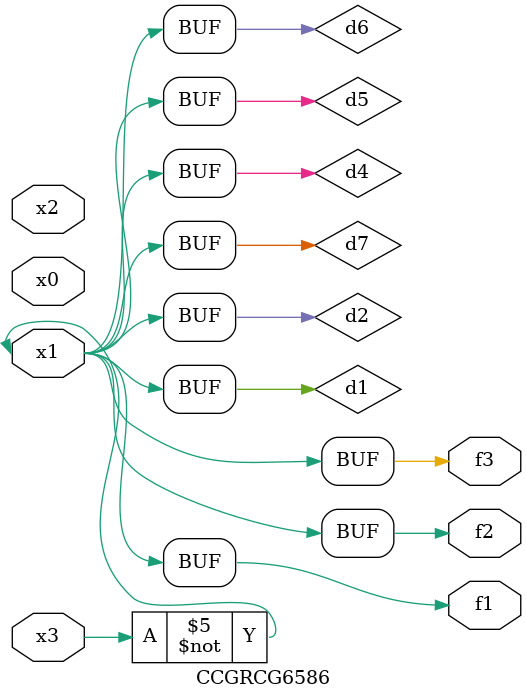
<source format=v>
module CCGRCG6586(
	input x0, x1, x2, x3,
	output f1, f2, f3
);

	wire d1, d2, d3, d4, d5, d6, d7;

	not (d1, x3);
	buf (d2, x1);
	xnor (d3, d1, d2);
	nor (d4, d1);
	buf (d5, d1, d2);
	buf (d6, d4, d5);
	nand (d7, d4);
	assign f1 = d6;
	assign f2 = d7;
	assign f3 = d6;
endmodule

</source>
